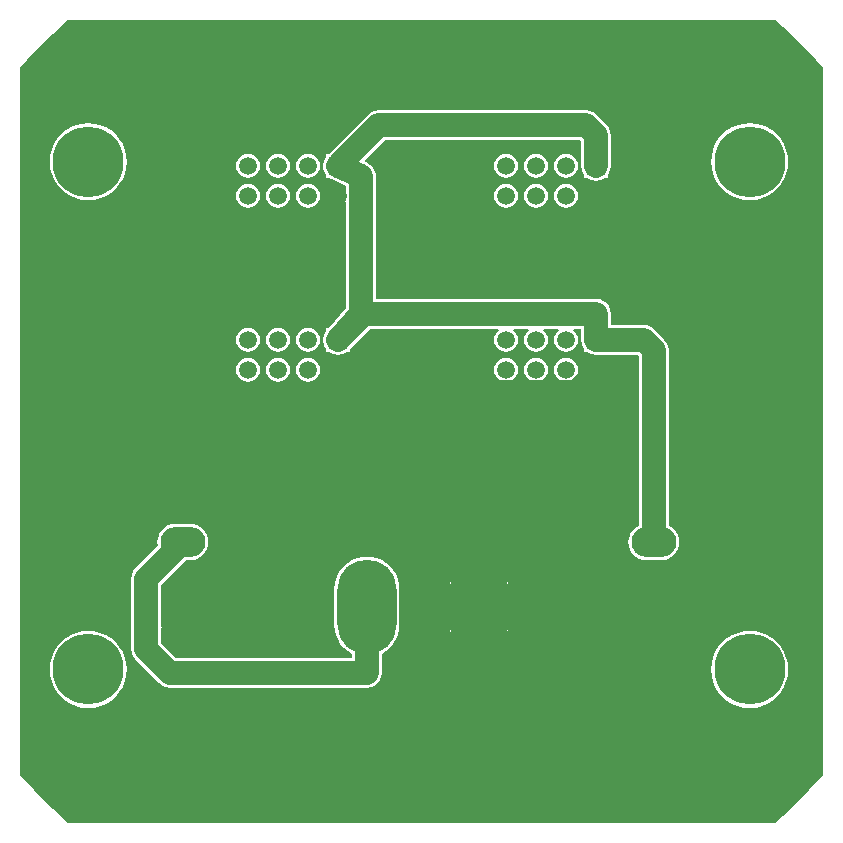
<source format=gbl>
G04 Layer_Physical_Order=2*
G04 Layer_Color=16711680*
%FSLAX25Y25*%
%MOIN*%
G70*
G01*
G75*
%ADD12C,0.07874*%
%ADD16O,0.10000X0.15000*%
%ADD17O,0.15000X0.10000*%
%ADD18R,0.05905X0.05905*%
%ADD19C,0.05905*%
%ADD20C,0.23622*%
%ADD21O,0.19685X0.31496*%
G36*
X260866Y266829D02*
X266884Y260811D01*
X271675Y255700D01*
Y19891D01*
X266884Y14780D01*
X260866Y8762D01*
X255755Y3971D01*
X19946D01*
X14835Y8762D01*
X8817Y14780D01*
X4026Y19891D01*
Y255700D01*
X8817Y260811D01*
X14835Y266829D01*
X19946Y271620D01*
X255755D01*
X260866Y266829D01*
D02*
G37*
%LPC*%
G36*
X74831Y85331D02*
X71955D01*
Y84800D01*
X72120Y83546D01*
X72604Y82378D01*
X73374Y81374D01*
X74378Y80604D01*
X74831Y80417D01*
Y85331D01*
D02*
G37*
G36*
X81645D02*
X78768D01*
Y80417D01*
X79222Y80604D01*
X80226Y81374D01*
X80996Y82378D01*
X81480Y83546D01*
X81645Y84800D01*
Y85331D01*
D02*
G37*
G36*
X231832D02*
X228955D01*
Y84800D01*
X229120Y83546D01*
X229604Y82378D01*
X230374Y81374D01*
X231378Y80604D01*
X231832Y80417D01*
Y85331D01*
D02*
G37*
G36*
X155032Y91388D02*
X153291Y90860D01*
X151615Y89964D01*
X150146Y88759D01*
X148941Y87290D01*
X148046Y85615D01*
X147494Y83796D01*
X147308Y81906D01*
Y77969D01*
X155032D01*
Y91388D01*
D02*
G37*
G36*
X158968D02*
Y77969D01*
X166692D01*
Y81906D01*
X166506Y83796D01*
X165954Y85615D01*
X165059Y87290D01*
X163854Y88759D01*
X162385Y89964D01*
X160709Y90860D01*
X158968Y91388D01*
D02*
G37*
G36*
X238645Y85331D02*
X235769D01*
Y80417D01*
X236222Y80604D01*
X237226Y81374D01*
X237996Y82378D01*
X238479Y83546D01*
X238645Y84800D01*
Y85331D01*
D02*
G37*
G36*
X235769Y94183D02*
Y89268D01*
X238645D01*
Y89800D01*
X238479Y91054D01*
X237996Y92222D01*
X237226Y93226D01*
X236222Y93996D01*
X235769Y94183D01*
D02*
G37*
G36*
X80000Y158987D02*
X78968Y158851D01*
X78007Y158453D01*
X77181Y157819D01*
X76547Y156993D01*
X76149Y156032D01*
X76013Y155000D01*
X76149Y153968D01*
X76547Y153007D01*
X77181Y152181D01*
X78007Y151547D01*
X78968Y151149D01*
X80000Y151013D01*
X81032Y151149D01*
X81993Y151547D01*
X82819Y152181D01*
X83453Y153007D01*
X83851Y153968D01*
X83987Y155000D01*
X83851Y156032D01*
X83453Y156993D01*
X82819Y157819D01*
X81993Y158453D01*
X81032Y158851D01*
X80000Y158987D01*
D02*
G37*
G36*
X78768Y94183D02*
Y89268D01*
X81645D01*
Y89800D01*
X81480Y91054D01*
X80996Y92222D01*
X80226Y93226D01*
X79222Y93996D01*
X78768Y94183D01*
D02*
G37*
G36*
X74831D02*
X74378Y93996D01*
X73374Y93226D01*
X72604Y92222D01*
X72120Y91054D01*
X71955Y89800D01*
Y89268D01*
X74831D01*
Y94183D01*
D02*
G37*
G36*
X231832D02*
X231378Y93996D01*
X230374Y93226D01*
X229604Y92222D01*
X229120Y91054D01*
X228955Y89800D01*
Y89268D01*
X231832D01*
Y94183D01*
D02*
G37*
G36*
X155032Y74032D02*
X147308D01*
Y70095D01*
X147494Y68204D01*
X148046Y66385D01*
X148941Y64710D01*
X150146Y63241D01*
X151615Y62036D01*
X153291Y61140D01*
X155032Y60612D01*
Y74032D01*
D02*
G37*
G36*
X166692D02*
X158968D01*
Y60612D01*
X160709Y61140D01*
X162385Y62036D01*
X163854Y63241D01*
X165059Y64710D01*
X165954Y66385D01*
X166506Y68204D01*
X166692Y70095D01*
Y74032D01*
D02*
G37*
G36*
X60800Y103629D02*
X55800D01*
X54624Y103513D01*
X53493Y103170D01*
X52451Y102613D01*
X51537Y101863D01*
X50787Y100950D01*
X50230Y99907D01*
X49887Y98776D01*
X49771Y97600D01*
X49887Y96424D01*
X49932Y96274D01*
X42479Y88821D01*
X41688Y87790D01*
X41190Y86589D01*
X41020Y85300D01*
X41020Y85300D01*
Y62000D01*
X41020Y62000D01*
X41190Y60711D01*
X41688Y59510D01*
X42479Y58479D01*
X50479Y50479D01*
X50479Y50479D01*
X51510Y49687D01*
X52711Y49190D01*
X54000Y49020D01*
X54000Y49020D01*
X119598D01*
X120887Y49190D01*
X122088Y49687D01*
X123119Y50479D01*
X123911Y51510D01*
X124408Y52711D01*
X124578Y54000D01*
Y60430D01*
X125991Y61296D01*
X127289Y62404D01*
X128397Y63702D01*
X129289Y65157D01*
X129942Y66734D01*
X130341Y68393D01*
X130474Y70095D01*
Y81906D01*
X130341Y83607D01*
X129942Y85266D01*
X129289Y86843D01*
X128397Y88298D01*
X127289Y89596D01*
X125991Y90704D01*
X124536Y91596D01*
X122959Y92249D01*
X121300Y92648D01*
X119598Y92782D01*
X117897Y92648D01*
X116238Y92249D01*
X114661Y91596D01*
X113206Y90704D01*
X111908Y89596D01*
X110800Y88298D01*
X109908Y86843D01*
X109255Y85266D01*
X108856Y83607D01*
X108722Y81906D01*
Y70095D01*
X108856Y68393D01*
X109255Y66734D01*
X109908Y65157D01*
X110800Y63702D01*
X111908Y62404D01*
X113206Y61296D01*
X114619Y60430D01*
Y58980D01*
X56063D01*
X50980Y64063D01*
Y69080D01*
X51480Y69179D01*
X51604Y68878D01*
X52374Y67874D01*
X53378Y67104D01*
X54546Y66620D01*
X55800Y66455D01*
X56331D01*
Y71300D01*
Y76145D01*
X55800D01*
X54546Y75980D01*
X53378Y75496D01*
X52374Y74726D01*
X51604Y73722D01*
X51480Y73421D01*
X50980Y73520D01*
Y83237D01*
X59313Y91571D01*
X60800D01*
X61976Y91687D01*
X63107Y92030D01*
X64149Y92587D01*
X65063Y93337D01*
X65813Y94251D01*
X66370Y95293D01*
X66713Y96424D01*
X66829Y97600D01*
X66713Y98776D01*
X66370Y99907D01*
X65813Y100950D01*
X65063Y101863D01*
X64149Y102613D01*
X63107Y103170D01*
X61976Y103513D01*
X60800Y103629D01*
D02*
G37*
G36*
X26748Y67969D02*
X24738Y67811D01*
X22777Y67340D01*
X20914Y66568D01*
X19195Y65515D01*
X17661Y64205D01*
X16352Y62672D01*
X15298Y60952D01*
X14526Y59089D01*
X14056Y57129D01*
X13897Y55118D01*
X14056Y53108D01*
X14526Y51147D01*
X15298Y49284D01*
X16352Y47565D01*
X17661Y46031D01*
X19195Y44722D01*
X20914Y43668D01*
X22777Y42897D01*
X24738Y42426D01*
X26748Y42268D01*
X28758Y42426D01*
X30719Y42897D01*
X32582Y43668D01*
X34301Y44722D01*
X35835Y46031D01*
X37144Y47565D01*
X38198Y49284D01*
X38970Y51147D01*
X39440Y53108D01*
X39599Y55118D01*
X39440Y57129D01*
X38970Y59089D01*
X38198Y60952D01*
X37144Y62672D01*
X35835Y64205D01*
X34301Y65515D01*
X32582Y66568D01*
X30719Y67340D01*
X28758Y67811D01*
X26748Y67969D01*
D02*
G37*
G36*
X247220D02*
X245210Y67811D01*
X243249Y67340D01*
X241386Y66568D01*
X239667Y65515D01*
X238134Y64205D01*
X236824Y62672D01*
X235770Y60952D01*
X234999Y59089D01*
X234528Y57129D01*
X234370Y55118D01*
X234528Y53108D01*
X234999Y51147D01*
X235770Y49284D01*
X236824Y47565D01*
X238134Y46031D01*
X239667Y44722D01*
X241386Y43668D01*
X243249Y42897D01*
X245210Y42426D01*
X247220Y42268D01*
X249231Y42426D01*
X251191Y42897D01*
X253054Y43668D01*
X254774Y44722D01*
X256307Y46031D01*
X257617Y47565D01*
X258670Y49284D01*
X259442Y51147D01*
X259913Y53108D01*
X260071Y55118D01*
X259913Y57129D01*
X259442Y59089D01*
X258670Y60952D01*
X257617Y62672D01*
X256307Y64205D01*
X254774Y65515D01*
X253054Y66568D01*
X251191Y67340D01*
X249231Y67811D01*
X247220Y67969D01*
D02*
G37*
G36*
X65184Y69332D02*
X60268D01*
Y66455D01*
X60800D01*
X62054Y66620D01*
X63222Y67104D01*
X64226Y67874D01*
X64996Y68878D01*
X65184Y69332D01*
D02*
G37*
G36*
X217800Y76145D02*
X217268D01*
Y73269D01*
X222183D01*
X221996Y73722D01*
X221226Y74726D01*
X220222Y75496D01*
X219054Y75980D01*
X217800Y76145D01*
D02*
G37*
G36*
X60800D02*
X60268D01*
Y73269D01*
X65184D01*
X64996Y73722D01*
X64226Y74726D01*
X63222Y75496D01*
X62054Y75980D01*
X60800Y76145D01*
D02*
G37*
G36*
X213332D02*
X212800D01*
X211546Y75980D01*
X210378Y75496D01*
X209374Y74726D01*
X208604Y73722D01*
X208417Y73269D01*
X213332D01*
Y76145D01*
D02*
G37*
G36*
Y69332D02*
X208417D01*
X208604Y68878D01*
X209374Y67874D01*
X210378Y67104D01*
X211546Y66620D01*
X212800Y66455D01*
X213332D01*
Y69332D01*
D02*
G37*
G36*
X222183D02*
X217268D01*
Y66455D01*
X217800D01*
X219054Y66620D01*
X220222Y67104D01*
X221226Y67874D01*
X221996Y68878D01*
X222183Y69332D01*
D02*
G37*
G36*
X247220Y237260D02*
X245210Y237102D01*
X243249Y236631D01*
X241386Y235859D01*
X239667Y234806D01*
X238134Y233496D01*
X236824Y231963D01*
X235770Y230243D01*
X234999Y228380D01*
X234528Y226420D01*
X234370Y224409D01*
X234528Y222399D01*
X234999Y220438D01*
X235770Y218575D01*
X236824Y216856D01*
X238134Y215323D01*
X239667Y214013D01*
X241386Y212959D01*
X243249Y212188D01*
X245210Y211717D01*
X247220Y211559D01*
X249231Y211717D01*
X251191Y212188D01*
X253054Y212959D01*
X254774Y214013D01*
X256307Y215323D01*
X257617Y216856D01*
X258670Y218575D01*
X259442Y220438D01*
X259913Y222399D01*
X260071Y224409D01*
X259913Y226420D01*
X259442Y228380D01*
X258670Y230243D01*
X257617Y231963D01*
X256307Y233496D01*
X254774Y234806D01*
X253054Y235859D01*
X251191Y236631D01*
X249231Y237102D01*
X247220Y237260D01*
D02*
G37*
G36*
X80000Y226987D02*
X78968Y226851D01*
X78007Y226453D01*
X77181Y225819D01*
X76547Y224993D01*
X76149Y224032D01*
X76013Y223000D01*
X76149Y221968D01*
X76547Y221007D01*
X77181Y220181D01*
X78007Y219547D01*
X78968Y219149D01*
X80000Y219013D01*
X81032Y219149D01*
X81993Y219547D01*
X82819Y220181D01*
X83453Y221007D01*
X83851Y221968D01*
X83987Y223000D01*
X83851Y224032D01*
X83453Y224993D01*
X82819Y225819D01*
X81993Y226453D01*
X81032Y226851D01*
X80000Y226987D01*
D02*
G37*
G36*
X26748Y237260D02*
X24738Y237102D01*
X22777Y236631D01*
X20914Y235859D01*
X19195Y234806D01*
X17661Y233496D01*
X16352Y231963D01*
X15298Y230243D01*
X14526Y228380D01*
X14056Y226420D01*
X13897Y224409D01*
X14056Y222399D01*
X14526Y220438D01*
X15298Y218575D01*
X16352Y216856D01*
X17661Y215323D01*
X19195Y214013D01*
X20914Y212959D01*
X22777Y212188D01*
X24738Y211717D01*
X26748Y211559D01*
X28758Y211717D01*
X30719Y212188D01*
X32582Y212959D01*
X34301Y214013D01*
X35835Y215323D01*
X37144Y216856D01*
X38198Y218575D01*
X38970Y220438D01*
X39440Y222399D01*
X39599Y224409D01*
X39440Y226420D01*
X38970Y228380D01*
X38198Y230243D01*
X37144Y231963D01*
X35835Y233496D01*
X34301Y234806D01*
X32582Y235859D01*
X30719Y236631D01*
X28758Y237102D01*
X26748Y237260D01*
D02*
G37*
G36*
X176000Y216987D02*
X174968Y216851D01*
X174007Y216453D01*
X173181Y215819D01*
X172547Y214993D01*
X172149Y214032D01*
X172013Y213000D01*
X172149Y211968D01*
X172547Y211007D01*
X173181Y210181D01*
X174007Y209547D01*
X174968Y209149D01*
X176000Y209013D01*
X177032Y209149D01*
X177993Y209547D01*
X178819Y210181D01*
X179453Y211007D01*
X179851Y211968D01*
X179987Y213000D01*
X179851Y214032D01*
X179453Y214993D01*
X178819Y215819D01*
X177993Y216453D01*
X177032Y216851D01*
X176000Y216987D01*
D02*
G37*
G36*
X186000D02*
X184968Y216851D01*
X184007Y216453D01*
X183181Y215819D01*
X182547Y214993D01*
X182149Y214032D01*
X182013Y213000D01*
X182149Y211968D01*
X182547Y211007D01*
X183181Y210181D01*
X184007Y209547D01*
X184968Y209149D01*
X186000Y209013D01*
X187032Y209149D01*
X187993Y209547D01*
X188819Y210181D01*
X189453Y211007D01*
X189851Y211968D01*
X189987Y213000D01*
X189851Y214032D01*
X189453Y214993D01*
X188819Y215819D01*
X187993Y216453D01*
X187032Y216851D01*
X186000Y216987D01*
D02*
G37*
G36*
X90000Y226987D02*
X88968Y226851D01*
X88007Y226453D01*
X87181Y225819D01*
X86547Y224993D01*
X86149Y224032D01*
X86013Y223000D01*
X86149Y221968D01*
X86547Y221007D01*
X87181Y220181D01*
X88007Y219547D01*
X88968Y219149D01*
X90000Y219013D01*
X91032Y219149D01*
X91993Y219547D01*
X92819Y220181D01*
X93453Y221007D01*
X93851Y221968D01*
X93987Y223000D01*
X93851Y224032D01*
X93453Y224993D01*
X92819Y225819D01*
X91993Y226453D01*
X91032Y226851D01*
X90000Y226987D01*
D02*
G37*
G36*
X186000D02*
X184968Y226851D01*
X184007Y226453D01*
X183181Y225819D01*
X182547Y224993D01*
X182149Y224032D01*
X182013Y223000D01*
X182149Y221968D01*
X182547Y221007D01*
X183181Y220181D01*
X184007Y219547D01*
X184968Y219149D01*
X186000Y219013D01*
X187032Y219149D01*
X187993Y219547D01*
X188819Y220181D01*
X189453Y221007D01*
X189851Y221968D01*
X189987Y223000D01*
X189851Y224032D01*
X189453Y224993D01*
X188819Y225819D01*
X187993Y226453D01*
X187032Y226851D01*
X186000Y226987D01*
D02*
G37*
G36*
X192663Y241457D02*
X192663Y241457D01*
X123477D01*
X123477Y241457D01*
X122188Y241287D01*
X120987Y240790D01*
X119956Y239998D01*
X106911Y226953D01*
X106047D01*
Y225997D01*
X105928Y225803D01*
X105687Y225490D01*
X105589Y225251D01*
X105453Y225031D01*
X105341Y224653D01*
X105190Y224289D01*
X105156Y224033D01*
X105083Y223785D01*
X105072Y223391D01*
X105020Y223000D01*
X105054Y222744D01*
X105047Y222485D01*
X105139Y222102D01*
X105190Y221711D01*
X105289Y221473D01*
X105349Y221221D01*
X105537Y220874D01*
X105687Y220510D01*
X105845Y220305D01*
X105968Y220078D01*
X106047Y219994D01*
Y219047D01*
X107003D01*
X107197Y218928D01*
X107510Y218688D01*
X107749Y218589D01*
X107969Y218453D01*
X112683Y216348D01*
Y214851D01*
X112183Y214682D01*
X111969Y214962D01*
Y213000D01*
Y211038D01*
X112183Y211318D01*
X112683Y211149D01*
Y175530D01*
X106850Y168953D01*
X106047D01*
Y167968D01*
X105993Y167888D01*
X105687Y167490D01*
X105630Y167351D01*
X105546Y167227D01*
X105382Y166753D01*
X105190Y166289D01*
X105171Y166140D01*
X105122Y165999D01*
X105086Y165498D01*
X105020Y165000D01*
X105040Y164851D01*
X105029Y164702D01*
X105124Y164209D01*
X105190Y163711D01*
X105247Y163573D01*
X105276Y163426D01*
X105495Y162974D01*
X105687Y162510D01*
X105779Y162391D01*
X105844Y162257D01*
X106047Y162022D01*
Y161047D01*
X107032D01*
X107112Y160993D01*
X107510Y160687D01*
X107649Y160630D01*
X107773Y160546D01*
X108247Y160382D01*
X108711Y160190D01*
X108860Y160170D01*
X109001Y160122D01*
X109502Y160086D01*
X110000Y160020D01*
X110149Y160040D01*
X110298Y160029D01*
X110791Y160125D01*
X111289Y160190D01*
X111427Y160247D01*
X111574Y160276D01*
X112026Y160495D01*
X112490Y160687D01*
X112609Y160779D01*
X112743Y160844D01*
X112978Y161047D01*
X113953D01*
Y161910D01*
X120703Y168661D01*
X163456D01*
X163626Y168161D01*
X163181Y167819D01*
X162547Y166993D01*
X162149Y166032D01*
X162013Y165000D01*
X162149Y163968D01*
X162547Y163007D01*
X163181Y162181D01*
X164007Y161547D01*
X164968Y161149D01*
X166000Y161013D01*
X167032Y161149D01*
X167993Y161547D01*
X168819Y162181D01*
X169453Y163007D01*
X169851Y163968D01*
X169987Y165000D01*
X169851Y166032D01*
X169453Y166993D01*
X168819Y167819D01*
X168374Y168161D01*
X168544Y168661D01*
X173456D01*
X173626Y168161D01*
X173181Y167819D01*
X172547Y166993D01*
X172149Y166032D01*
X172013Y165000D01*
X172149Y163968D01*
X172547Y163007D01*
X173181Y162181D01*
X174007Y161547D01*
X174968Y161149D01*
X176000Y161013D01*
X177032Y161149D01*
X177993Y161547D01*
X178819Y162181D01*
X179453Y163007D01*
X179851Y163968D01*
X179987Y165000D01*
X179851Y166032D01*
X179453Y166993D01*
X178819Y167819D01*
X178374Y168161D01*
X178544Y168661D01*
X183456D01*
X183626Y168161D01*
X183181Y167819D01*
X182547Y166993D01*
X182149Y166032D01*
X182013Y165000D01*
X182149Y163968D01*
X182547Y163007D01*
X183181Y162181D01*
X184007Y161547D01*
X184968Y161149D01*
X186000Y161013D01*
X187032Y161149D01*
X187993Y161547D01*
X188819Y162181D01*
X189453Y163007D01*
X189851Y163968D01*
X189987Y165000D01*
X189851Y166032D01*
X189453Y166993D01*
X188819Y167819D01*
X188374Y168161D01*
X188544Y168661D01*
X191020D01*
Y165000D01*
X191190Y163711D01*
X191688Y162510D01*
X192047Y162041D01*
Y161047D01*
X193041D01*
X193510Y160687D01*
X194711Y160190D01*
X196000Y160020D01*
X209800D01*
X210320Y159500D01*
Y103078D01*
X209451Y102613D01*
X208537Y101863D01*
X207787Y100950D01*
X207230Y99907D01*
X206887Y98776D01*
X206771Y97600D01*
X206887Y96424D01*
X207230Y95293D01*
X207787Y94251D01*
X208537Y93337D01*
X209451Y92587D01*
X210493Y92030D01*
X211624Y91687D01*
X212800Y91571D01*
X217800D01*
X218976Y91687D01*
X220107Y92030D01*
X221149Y92587D01*
X222063Y93337D01*
X222813Y94251D01*
X223370Y95293D01*
X223713Y96424D01*
X223829Y97600D01*
X223713Y98776D01*
X223370Y99907D01*
X222813Y100950D01*
X222063Y101863D01*
X221149Y102613D01*
X220280Y103078D01*
Y161563D01*
X220110Y162852D01*
X219613Y164053D01*
X218821Y165084D01*
X218821Y165084D01*
X215384Y168521D01*
X214353Y169313D01*
X213152Y169810D01*
X211863Y169980D01*
X211863Y169980D01*
X200980D01*
Y173640D01*
X200810Y174929D01*
X200312Y176130D01*
X199521Y177161D01*
X198490Y177953D01*
X197289Y178450D01*
X196000Y178620D01*
X122643D01*
Y219577D01*
X122609Y219833D01*
X122616Y220092D01*
X122524Y220475D01*
X122473Y220866D01*
X122374Y221105D01*
X122314Y221356D01*
X122126Y221703D01*
X121976Y222067D01*
X121818Y222272D01*
X121695Y222499D01*
X121424Y222785D01*
X121184Y223098D01*
X120979Y223256D01*
X120801Y223443D01*
X120466Y223650D01*
X120153Y223890D01*
X119914Y223989D01*
X119694Y224124D01*
X119041Y224416D01*
X118950Y224907D01*
X125540Y231498D01*
X190600D01*
X191020Y231078D01*
Y223000D01*
X191190Y221711D01*
X191688Y220510D01*
X192047Y220041D01*
Y219047D01*
X193041D01*
X193510Y218688D01*
X194711Y218190D01*
X196000Y218020D01*
X197289Y218190D01*
X198490Y218688D01*
X198959Y219047D01*
X199953D01*
Y220041D01*
X200312Y220510D01*
X200810Y221711D01*
X200980Y223000D01*
Y233140D01*
X200980Y233140D01*
X200810Y234429D01*
X200312Y235630D01*
X199521Y236661D01*
X196184Y239998D01*
X195153Y240790D01*
X193952Y241287D01*
X192663Y241457D01*
D02*
G37*
G36*
X176000Y226987D02*
X174968Y226851D01*
X174007Y226453D01*
X173181Y225819D01*
X172547Y224993D01*
X172149Y224032D01*
X172013Y223000D01*
X172149Y221968D01*
X172547Y221007D01*
X173181Y220181D01*
X174007Y219547D01*
X174968Y219149D01*
X176000Y219013D01*
X177032Y219149D01*
X177993Y219547D01*
X178819Y220181D01*
X179453Y221007D01*
X179851Y221968D01*
X179987Y223000D01*
X179851Y224032D01*
X179453Y224993D01*
X178819Y225819D01*
X177993Y226453D01*
X177032Y226851D01*
X176000Y226987D01*
D02*
G37*
G36*
X100000D02*
X98968Y226851D01*
X98007Y226453D01*
X97181Y225819D01*
X96547Y224993D01*
X96149Y224032D01*
X96013Y223000D01*
X96149Y221968D01*
X96547Y221007D01*
X97181Y220181D01*
X98007Y219547D01*
X98968Y219149D01*
X100000Y219013D01*
X101032Y219149D01*
X101993Y219547D01*
X102819Y220181D01*
X103453Y221007D01*
X103851Y221968D01*
X103987Y223000D01*
X103851Y224032D01*
X103453Y224993D01*
X102819Y225819D01*
X101993Y226453D01*
X101032Y226851D01*
X100000Y226987D01*
D02*
G37*
G36*
X166000D02*
X164968Y226851D01*
X164007Y226453D01*
X163181Y225819D01*
X162547Y224993D01*
X162149Y224032D01*
X162013Y223000D01*
X162149Y221968D01*
X162547Y221007D01*
X163181Y220181D01*
X164007Y219547D01*
X164968Y219149D01*
X166000Y219013D01*
X167032Y219149D01*
X167993Y219547D01*
X168819Y220181D01*
X169453Y221007D01*
X169851Y221968D01*
X169987Y223000D01*
X169851Y224032D01*
X169453Y224993D01*
X168819Y225819D01*
X167993Y226453D01*
X167032Y226851D01*
X166000Y226987D01*
D02*
G37*
G36*
Y216987D02*
X164968Y216851D01*
X164007Y216453D01*
X163181Y215819D01*
X162547Y214993D01*
X162149Y214032D01*
X162013Y213000D01*
X162149Y211968D01*
X162547Y211007D01*
X163181Y210181D01*
X164007Y209547D01*
X164968Y209149D01*
X166000Y209013D01*
X167032Y209149D01*
X167993Y209547D01*
X168819Y210181D01*
X169453Y211007D01*
X169851Y211968D01*
X169987Y213000D01*
X169851Y214032D01*
X169453Y214993D01*
X168819Y215819D01*
X167993Y216453D01*
X167032Y216851D01*
X166000Y216987D01*
D02*
G37*
G36*
X176000Y158987D02*
X174968Y158851D01*
X174007Y158453D01*
X173181Y157819D01*
X172547Y156993D01*
X172149Y156032D01*
X172013Y155000D01*
X172149Y153968D01*
X172547Y153007D01*
X173181Y152181D01*
X174007Y151547D01*
X174968Y151149D01*
X176000Y151013D01*
X177032Y151149D01*
X177993Y151547D01*
X178819Y152181D01*
X179453Y153007D01*
X179851Y153968D01*
X179987Y155000D01*
X179851Y156032D01*
X179453Y156993D01*
X178819Y157819D01*
X177993Y158453D01*
X177032Y158851D01*
X176000Y158987D01*
D02*
G37*
G36*
X186000D02*
X184968Y158851D01*
X184007Y158453D01*
X183181Y157819D01*
X182547Y156993D01*
X182149Y156032D01*
X182013Y155000D01*
X182149Y153968D01*
X182547Y153007D01*
X183181Y152181D01*
X184007Y151547D01*
X184968Y151149D01*
X186000Y151013D01*
X187032Y151149D01*
X187993Y151547D01*
X188819Y152181D01*
X189453Y153007D01*
X189851Y153968D01*
X189987Y155000D01*
X189851Y156032D01*
X189453Y156993D01*
X188819Y157819D01*
X187993Y158453D01*
X187032Y158851D01*
X186000Y158987D01*
D02*
G37*
G36*
X166000D02*
X164968Y158851D01*
X164007Y158453D01*
X163181Y157819D01*
X162547Y156993D01*
X162149Y156032D01*
X162013Y155000D01*
X162149Y153968D01*
X162547Y153007D01*
X163181Y152181D01*
X164007Y151547D01*
X164968Y151149D01*
X166000Y151013D01*
X167032Y151149D01*
X167993Y151547D01*
X168819Y152181D01*
X169453Y153007D01*
X169851Y153968D01*
X169987Y155000D01*
X169851Y156032D01*
X169453Y156993D01*
X168819Y157819D01*
X167993Y158453D01*
X167032Y158851D01*
X166000Y158987D01*
D02*
G37*
G36*
X90000D02*
X88968Y158851D01*
X88007Y158453D01*
X87181Y157819D01*
X86547Y156993D01*
X86149Y156032D01*
X86013Y155000D01*
X86149Y153968D01*
X86547Y153007D01*
X87181Y152181D01*
X88007Y151547D01*
X88968Y151149D01*
X90000Y151013D01*
X91032Y151149D01*
X91993Y151547D01*
X92819Y152181D01*
X93453Y153007D01*
X93851Y153968D01*
X93987Y155000D01*
X93851Y156032D01*
X93453Y156993D01*
X92819Y157819D01*
X91993Y158453D01*
X91032Y158851D01*
X90000Y158987D01*
D02*
G37*
G36*
X100000D02*
X98968Y158851D01*
X98007Y158453D01*
X97181Y157819D01*
X96547Y156993D01*
X96149Y156032D01*
X96013Y155000D01*
X96149Y153968D01*
X96547Y153007D01*
X97181Y152181D01*
X98007Y151547D01*
X98968Y151149D01*
X100000Y151013D01*
X101032Y151149D01*
X101993Y151547D01*
X102819Y152181D01*
X103453Y153007D01*
X103851Y153968D01*
X103987Y155000D01*
X103851Y156032D01*
X103453Y156993D01*
X102819Y157819D01*
X101993Y158453D01*
X101032Y158851D01*
X100000Y158987D01*
D02*
G37*
G36*
X80000Y168987D02*
X78968Y168851D01*
X78007Y168453D01*
X77181Y167819D01*
X76547Y166993D01*
X76149Y166032D01*
X76013Y165000D01*
X76149Y163968D01*
X76547Y163007D01*
X77181Y162181D01*
X78007Y161547D01*
X78968Y161149D01*
X80000Y161013D01*
X81032Y161149D01*
X81993Y161547D01*
X82819Y162181D01*
X83453Y163007D01*
X83851Y163968D01*
X83987Y165000D01*
X83851Y166032D01*
X83453Y166993D01*
X82819Y167819D01*
X81993Y168453D01*
X81032Y168851D01*
X80000Y168987D01*
D02*
G37*
G36*
X90000Y216987D02*
X88968Y216851D01*
X88007Y216453D01*
X87181Y215819D01*
X86547Y214993D01*
X86149Y214032D01*
X86013Y213000D01*
X86149Y211968D01*
X86547Y211007D01*
X87181Y210181D01*
X88007Y209547D01*
X88968Y209149D01*
X90000Y209013D01*
X91032Y209149D01*
X91993Y209547D01*
X92819Y210181D01*
X93453Y211007D01*
X93851Y211968D01*
X93987Y213000D01*
X93851Y214032D01*
X93453Y214993D01*
X92819Y215819D01*
X91993Y216453D01*
X91032Y216851D01*
X90000Y216987D01*
D02*
G37*
G36*
X100000D02*
X98968Y216851D01*
X98007Y216453D01*
X97181Y215819D01*
X96547Y214993D01*
X96149Y214032D01*
X96013Y213000D01*
X96149Y211968D01*
X96547Y211007D01*
X97181Y210181D01*
X98007Y209547D01*
X98968Y209149D01*
X100000Y209013D01*
X101032Y209149D01*
X101993Y209547D01*
X102819Y210181D01*
X103453Y211007D01*
X103851Y211968D01*
X103987Y213000D01*
X103851Y214032D01*
X103453Y214993D01*
X102819Y215819D01*
X101993Y216453D01*
X101032Y216851D01*
X100000Y216987D01*
D02*
G37*
G36*
X80000D02*
X78968Y216851D01*
X78007Y216453D01*
X77181Y215819D01*
X76547Y214993D01*
X76149Y214032D01*
X76013Y213000D01*
X76149Y211968D01*
X76547Y211007D01*
X77181Y210181D01*
X78007Y209547D01*
X78968Y209149D01*
X80000Y209013D01*
X81032Y209149D01*
X81993Y209547D01*
X82819Y210181D01*
X83453Y211007D01*
X83851Y211968D01*
X83987Y213000D01*
X83851Y214032D01*
X83453Y214993D01*
X82819Y215819D01*
X81993Y216453D01*
X81032Y216851D01*
X80000Y216987D01*
D02*
G37*
G36*
X90000Y168987D02*
X88968Y168851D01*
X88007Y168453D01*
X87181Y167819D01*
X86547Y166993D01*
X86149Y166032D01*
X86013Y165000D01*
X86149Y163968D01*
X86547Y163007D01*
X87181Y162181D01*
X88007Y161547D01*
X88968Y161149D01*
X90000Y161013D01*
X91032Y161149D01*
X91993Y161547D01*
X92819Y162181D01*
X93453Y163007D01*
X93851Y163968D01*
X93987Y165000D01*
X93851Y166032D01*
X93453Y166993D01*
X92819Y167819D01*
X91993Y168453D01*
X91032Y168851D01*
X90000Y168987D01*
D02*
G37*
G36*
X100000D02*
X98968Y168851D01*
X98007Y168453D01*
X97181Y167819D01*
X96547Y166993D01*
X96149Y166032D01*
X96013Y165000D01*
X96149Y163968D01*
X96547Y163007D01*
X97181Y162181D01*
X98007Y161547D01*
X98968Y161149D01*
X100000Y161013D01*
X101032Y161149D01*
X101993Y161547D01*
X102819Y162181D01*
X103453Y163007D01*
X103851Y163968D01*
X103987Y165000D01*
X103851Y166032D01*
X103453Y166993D01*
X102819Y167819D01*
X101993Y168453D01*
X101032Y168851D01*
X100000Y168987D01*
D02*
G37*
%LPD*%
D12*
X117663Y173640D02*
Y219577D01*
Y172663D02*
Y173640D01*
X196000Y165000D02*
Y173640D01*
X117663D02*
X196000D01*
X110000Y165000D02*
X117663Y173640D01*
X110000Y165000D02*
X117663Y172663D01*
X110000Y223000D02*
X117663Y219577D01*
X74300Y87300D02*
X76800D01*
X58300Y71300D02*
X74300Y87300D01*
X76800D02*
X93386D01*
X102863Y96777D01*
X155100D01*
X157000Y76000D01*
X210600D01*
X215300Y71300D01*
X233800Y80477D02*
Y87300D01*
X215300Y77877D02*
X233800Y80477D01*
X215300Y71300D02*
Y77877D01*
X193563Y152563D02*
X196000Y155000D01*
X193563Y151577D02*
Y152563D01*
X189463Y147477D02*
X193563Y151577D01*
X117523Y147477D02*
X189463D01*
X110000Y155000D02*
X117523Y147477D01*
X110000Y223000D02*
X123477Y236477D01*
X192663D01*
X196000Y233140D01*
Y223000D02*
Y233140D01*
Y165000D02*
X211863D01*
X215300Y161563D01*
Y97600D02*
Y161563D01*
X119598Y54000D02*
Y76000D01*
X46000Y85300D02*
X58300Y97600D01*
X46000Y62000D02*
Y85300D01*
Y62000D02*
X54000Y54000D01*
X119598D01*
D16*
X76800Y87300D02*
D03*
X233800D02*
D03*
D17*
X58300Y71300D02*
D03*
Y97600D02*
D03*
X215300Y71300D02*
D03*
Y97600D02*
D03*
D18*
X110000Y165000D02*
D03*
X196000Y223000D02*
D03*
X110000D02*
D03*
X196000Y165000D02*
D03*
D19*
X110000Y155000D02*
D03*
X100000Y165000D02*
D03*
Y155000D02*
D03*
X90000Y165000D02*
D03*
Y155000D02*
D03*
X80000Y165000D02*
D03*
Y155000D02*
D03*
X196000Y213000D02*
D03*
X186000Y223000D02*
D03*
Y213000D02*
D03*
X176000Y223000D02*
D03*
Y213000D02*
D03*
X166000Y223000D02*
D03*
Y213000D02*
D03*
X110000D02*
D03*
X100000Y223000D02*
D03*
Y213000D02*
D03*
X90000Y223000D02*
D03*
Y213000D02*
D03*
X80000Y223000D02*
D03*
Y213000D02*
D03*
X196000Y155000D02*
D03*
X186000Y165000D02*
D03*
Y155000D02*
D03*
X176000Y165000D02*
D03*
Y155000D02*
D03*
X166000Y165000D02*
D03*
Y155000D02*
D03*
D20*
X247220Y224409D02*
D03*
X26748Y55118D02*
D03*
Y224409D02*
D03*
X247220Y55118D02*
D03*
D21*
X119598Y76000D02*
D03*
X157000D02*
D03*
M02*

</source>
